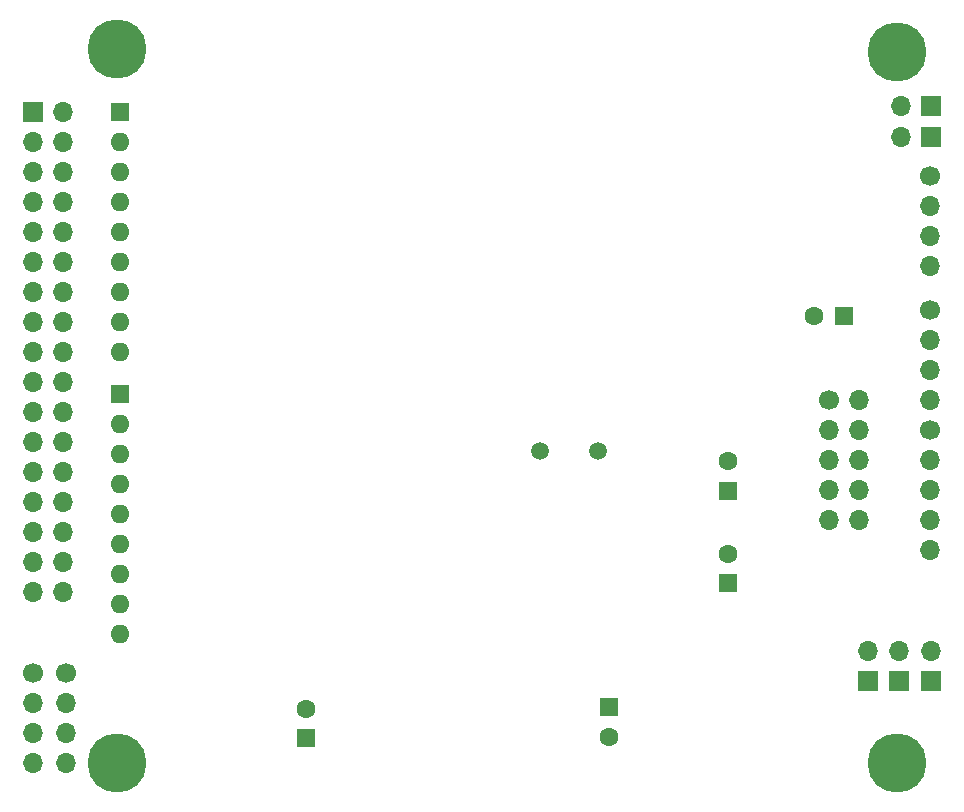
<source format=gbr>
%TF.GenerationSoftware,KiCad,Pcbnew,(5.99.0-11626-g43523df843)*%
%TF.CreationDate,2021-08-18T09:38:13+01:00*%
%TF.ProjectId,OpenFlopsXT_V0.1,4f70656e-466c-46f7-9073-58545f56302e,rev?*%
%TF.SameCoordinates,Original*%
%TF.FileFunction,Soldermask,Bot*%
%TF.FilePolarity,Negative*%
%FSLAX46Y46*%
G04 Gerber Fmt 4.6, Leading zero omitted, Abs format (unit mm)*
G04 Created by KiCad (PCBNEW (5.99.0-11626-g43523df843)) date 2021-08-18 09:38:13*
%MOMM*%
%LPD*%
G01*
G04 APERTURE LIST*
%ADD10R,1.700000X1.700000*%
%ADD11O,1.700000X1.700000*%
%ADD12C,1.500000*%
%ADD13R,1.600000X1.600000*%
%ADD14O,1.600000X1.600000*%
%ADD15C,1.700000*%
%ADD16C,5.000000*%
%ADD17C,1.600000*%
G04 APERTURE END LIST*
D10*
%TO.C,P1*%
X80259000Y-85593000D03*
D11*
X82799000Y-85593000D03*
X80259000Y-88133000D03*
X82799000Y-88133000D03*
X80259000Y-90673000D03*
X82799000Y-90673000D03*
X80259000Y-93213000D03*
X82799000Y-93213000D03*
X80259000Y-95753000D03*
X82799000Y-95753000D03*
X80259000Y-98293000D03*
X82799000Y-98293000D03*
X80259000Y-100833000D03*
X82799000Y-100833000D03*
X80259000Y-103373000D03*
X82799000Y-103373000D03*
X80259000Y-105913000D03*
X82799000Y-105913000D03*
X80259000Y-108453000D03*
X82799000Y-108453000D03*
X80259000Y-110993000D03*
X82799000Y-110993000D03*
X80259000Y-113533000D03*
X82799000Y-113533000D03*
X80259000Y-116073000D03*
X82799000Y-116073000D03*
X80259000Y-118613000D03*
X82799000Y-118613000D03*
X80259000Y-121153000D03*
X82799000Y-121153000D03*
X80259000Y-123693000D03*
X82799000Y-123693000D03*
X80259000Y-126233000D03*
X82799000Y-126233000D03*
%TD*%
D12*
%TO.C,Y1*%
X123190000Y-114300000D03*
X128070000Y-114300000D03*
%TD*%
D13*
%TO.C,RN2*%
X87630000Y-109459000D03*
D14*
X87630000Y-111999000D03*
X87630000Y-114539000D03*
X87630000Y-117079000D03*
X87630000Y-119619000D03*
X87630000Y-122159000D03*
X87630000Y-124699000D03*
X87630000Y-127239000D03*
X87630000Y-129779000D03*
%TD*%
D10*
%TO.C,J4*%
X156250000Y-133730000D03*
D11*
X156250000Y-131190000D03*
%TD*%
D15*
%TO.C,P2*%
X80264000Y-133096000D03*
D11*
X80264000Y-135636000D03*
X80264000Y-138176000D03*
X80264000Y-140716000D03*
%TD*%
D15*
%TO.C,P7*%
X156200000Y-102362000D03*
D11*
X156200000Y-104902000D03*
X156200000Y-107442000D03*
X156200000Y-109982000D03*
%TD*%
D16*
%TO.C,H2*%
X153420000Y-140720000D03*
%TD*%
%TO.C,H1*%
X153420000Y-80514000D03*
%TD*%
D15*
%TO.C,P8*%
X156200000Y-90980000D03*
D11*
X156200000Y-93520000D03*
X156200000Y-96060000D03*
X156200000Y-98600000D03*
%TD*%
D16*
%TO.C,H3*%
X87376000Y-80264000D03*
%TD*%
D13*
%TO.C,RN1*%
X87630000Y-85583000D03*
D14*
X87630000Y-88123000D03*
X87630000Y-90663000D03*
X87630000Y-93203000D03*
X87630000Y-95743000D03*
X87630000Y-98283000D03*
X87630000Y-100823000D03*
X87630000Y-103363000D03*
X87630000Y-105903000D03*
%TD*%
D10*
%TO.C,J3*%
X153600000Y-133730000D03*
D11*
X153600000Y-131190000D03*
%TD*%
D10*
%TO.C,J1*%
X156300000Y-87680000D03*
D11*
X153760000Y-87680000D03*
%TD*%
D16*
%TO.C,H4*%
X87370000Y-140720000D03*
%TD*%
D13*
%TO.C,C11*%
X148882380Y-102880000D03*
D17*
X146382380Y-102880000D03*
%TD*%
D10*
%TO.C,J2*%
X156300000Y-85080000D03*
D11*
X153760000Y-85080000D03*
%TD*%
D13*
%TO.C,C1*%
X103378000Y-138596381D03*
D17*
X103378000Y-136096381D03*
%TD*%
D10*
%TO.C,P9*%
X150950000Y-133730000D03*
D11*
X150950000Y-131190000D03*
%TD*%
D15*
%TO.C,P3*%
X83058000Y-133096000D03*
D11*
X83058000Y-135636000D03*
X83058000Y-138176000D03*
X83058000Y-140716000D03*
%TD*%
D13*
%TO.C,C17*%
X139065000Y-117678200D03*
D17*
X139065000Y-115178200D03*
%TD*%
D13*
%TO.C,C19*%
X139090400Y-125476000D03*
D17*
X139090400Y-122976000D03*
%TD*%
D13*
%TO.C,C2*%
X129032000Y-135977621D03*
D17*
X129032000Y-138477621D03*
%TD*%
D15*
%TO.C,P4*%
X147675000Y-109955000D03*
D11*
X150215000Y-109955000D03*
X147675000Y-112495000D03*
X150215000Y-112495000D03*
X147675000Y-115035000D03*
X150215000Y-115035000D03*
X147675000Y-117575000D03*
X150215000Y-117575000D03*
X147675000Y-120115000D03*
X150215000Y-120115000D03*
%TD*%
D15*
%TO.C,P6*%
X156200000Y-112500000D03*
D11*
X156200000Y-115040000D03*
X156200000Y-117580000D03*
X156200000Y-120120000D03*
X156200000Y-122660000D03*
%TD*%
M02*

</source>
